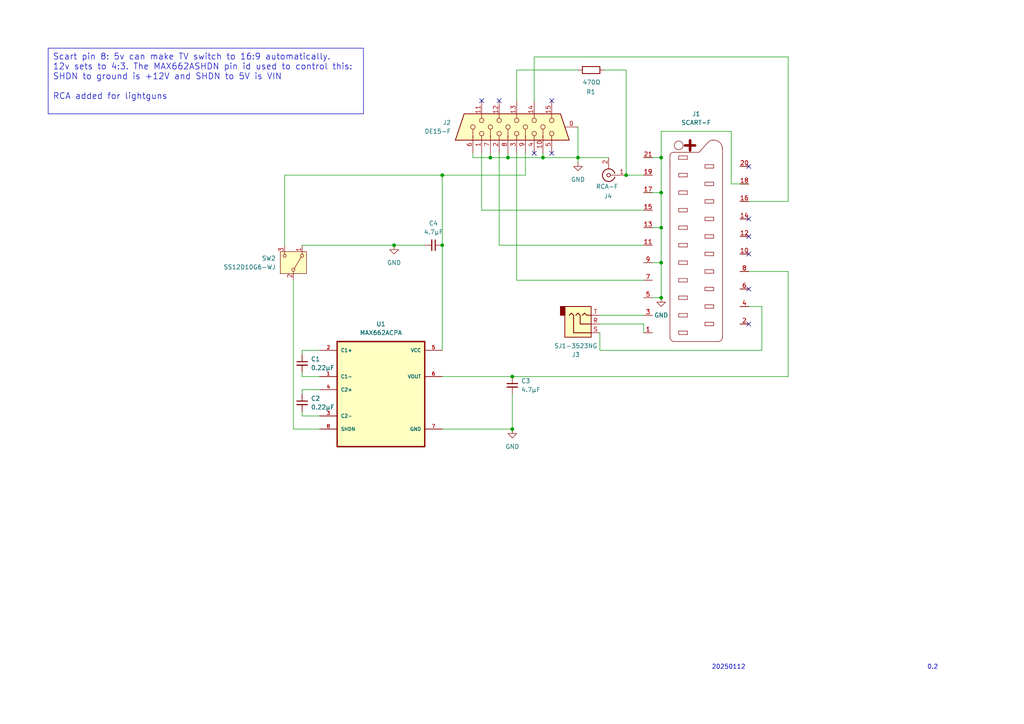
<source format=kicad_sch>
(kicad_sch (version 20250114) (generator "eeschema") (generator_version "9.0")
  (paper "A4")
  (lib_symbols
    (symbol "Connector:Conn_Coaxial" (pin_names (offset 1.016) (hide yes))
      (property "Reference" "J" (at 0.254 3.048 0))
      (property "Value" "Conn_Coaxial" (at 2.921 0 90))
      (symbol "Conn_Coaxial_0_1"
        (polyline (pts (xy -2.54 0) (xy -0.508 0)))
        (arc (start 1.778 0) (mid 0.222 -1.8079) (end -1.778 -0.508) (stroke (width 0.254)))
        (arc (start -1.778 0.508) (mid 0.2221 1.8084) (end 1.778 0) (stroke (width 0.254)))
        (circle (center 0 0) (radius 0.508) (stroke (width 0.2032)))
        (polyline (pts (xy 0 -2.54) (xy 0 -1.778)))
      )
      (symbol "Conn_Coaxial_1_1"
        (pin passive line (at -5.08 0 0) (length 2.54) (name "In") (number "1"))
        (pin passive line (at 0 -5.08 90) (length 2.54) (name "Ext") (number "2"))
      )
    )
    (symbol "Connector:DE15_Receptacle_HighDensity_MountingHoles" (pin_names (offset 1.016) (hide yes))
      (property "Reference" "J" (at 0 21.59 0))
      (property "Value" "DE15_Receptacle_HighDensity_MountingHoles" (at 0 19.05 0))
      (symbol "DE15_Receptacle_HighDensity_MountingHoles_0_1"
        (polyline (pts (xy -3.81 17.78) (xy -3.81 -15.24) (xy 3.81 -12.7) (xy 3.81 15.24) (xy -3.81 17.78)) (stroke (width 0.254)) (fill (type background)))
        (polyline (pts (xy -3.175 7.62) (xy -0.635 7.62)))
        (circle (center -1.905 10.16) (radius 0.635))
        (circle (center -1.905 5.08) (radius 0.635))
        (circle (center -1.905 0) (radius 0.635))
        (circle (center -1.905 -5.08) (radius 0.635))
        (circle (center -1.905 -10.16) (radius 0.635))
        (polyline (pts (xy -0.635 12.7) (xy -3.175 12.7)))
        (polyline (pts (xy -0.635 2.54) (xy -3.175 2.54)))
        (polyline (pts (xy -0.635 -2.54) (xy -3.175 -2.54)))
        (polyline (pts (xy -0.635 -7.62) (xy -3.175 -7.62)))
        (circle (center 0 12.7) (radius 0.635))
        (circle (center 0 7.62) (radius 0.635))
        (circle (center 0 2.54) (radius 0.635))
        (circle (center 0 -2.54) (radius 0.635))
        (circle (center 0 -7.62) (radius 0.635))
        (circle (center 1.905 10.16) (radius 0.635))
        (circle (center 1.905 5.08) (radius 0.635))
        (circle (center 1.905 0) (radius 0.635))
        (circle (center 1.905 -5.08) (radius 0.635))
        (circle (center 1.905 -10.16) (radius 0.635))
      )
      (symbol "DE15_Receptacle_HighDensity_MountingHoles_1_1"
        (pin passive line (at -7.62 12.7 0) (length 5.08) (name "~") (number "6"))
        (pin passive line (at -7.62 10.16 0) (length 5.08) (name "~") (number "1"))
        (pin passive line (at -7.62 7.62 0) (length 5.08) (name "~") (number "7"))
        (pin passive line (at -7.62 5.08 0) (length 5.08) (name "~") (number "2"))
        (pin passive line (at -7.62 2.54 0) (length 5.08) (name "~") (number "8"))
        (pin passive line (at -7.62 0 0) (length 5.08) (name "~") (number "3"))
        (pin passive line (at -7.62 -2.54 0) (length 5.08) (name "~") (number "9"))
        (pin passive line (at -7.62 -5.08 0) (length 5.08) (name "~") (number "4"))
        (pin passive line (at -7.62 -7.62 0) (length 5.08) (name "~") (number "10"))
        (pin passive line (at -7.62 -10.16 0) (length 5.08) (name "~") (number "5"))
        (pin passive line (at 0 -17.78 90) (length 3.81) (name "~") (number "0"))
        (pin passive line (at 7.62 10.16 180) (length 5.08) (name "~") (number "11"))
        (pin passive line (at 7.62 5.08 180) (length 5.08) (name "~") (number "12"))
        (pin passive line (at 7.62 0 180) (length 5.08) (name "~") (number "13"))
        (pin passive line (at 7.62 -5.08 180) (length 5.08) (name "~") (number "14"))
        (pin passive line (at 7.62 -10.16 180) (length 5.08) (name "~") (number "15"))
      )
    )
    (symbol "Connector:SCART-F" (pin_names (offset 0.762) (hide yes))
      (property "Reference" "J" (at 0 31.75 0))
      (property "Value" "SCART-F" (at 1.016 -29.21 0))
      (symbol "SCART-F_0_1"
        (polyline (pts (xy -7.62 24.6634) (xy -7.62 25.9334)))
        (polyline (pts (xy -7.62 24.6634) (xy -7.62 24.13)))
        (polyline (pts (xy -7.62 22.86) (xy -7.62 24.13)))
        (polyline (pts (xy -7.62 22.86) (xy -7.62 -26.67)))
        (polyline (pts (xy -6.604 26.9494) (xy 0.508 26.9494)))
        (arc (start -7.62 25.9334) (mid -7.3224 26.6518) (end -6.604 26.9494))
        (polyline (pts (xy -6.35 -27.94) (xy 6.35 -27.94)))
        (arc (start -6.35 -27.94) (mid -7.248 -27.568) (end -7.62 -26.67))
        (circle (center -5.08 28.956) (radius 1.27))
        (rectangle (start -5.08 25.908) (end -2.54 24.892))
        (rectangle (start -5.08 20.828) (end -2.54 19.812))
        (rectangle (start -5.08 15.748) (end -2.54 14.732))
        (rectangle (start -5.08 10.668) (end -2.54 9.652))
        (rectangle (start -5.08 5.588) (end -2.54 4.572))
        (rectangle (start -5.08 0.508) (end -2.54 -0.508))
        (rectangle (start -5.08 -4.572) (end -2.54 -5.588))
        (rectangle (start -5.08 -9.652) (end -2.54 -10.668))
        (rectangle (start -5.08 -14.732) (end -2.54 -15.748))
        (rectangle (start -5.08 -19.812) (end -2.54 -20.828))
        (rectangle (start -5.08 -24.892) (end -2.54 -25.908))
        (arc (start 1.2192 27.4574) (mid 0.955 27.0688) (end 0.508 26.924))
        (rectangle (start 2.54 23.368) (end 5.08 22.352))
        (rectangle (start 2.54 18.288) (end 5.08 17.272))
        (rectangle (start 2.54 13.208) (end 5.08 12.192))
        (rectangle (start 2.54 8.128) (end 5.08 7.112))
        (rectangle (start 2.54 3.048) (end 5.08 2.032))
        (rectangle (start 2.54 -2.032) (end 5.08 -3.048))
        (rectangle (start 2.54 -7.112) (end 5.08 -8.128))
        (rectangle (start 2.54 -12.192) (end 5.08 -13.208))
        (rectangle (start 2.54 -17.272) (end 5.08 -18.288))
        (rectangle (start 2.54 -22.352) (end 5.08 -23.368))
        (polyline (pts (xy 3.302 29.718) (xy 1.27 27.432)))
        (arc (start 3.3782 29.6926) (mid 4.0004 30.2733) (end 4.826 30.48))
        (polyline (pts (xy 4.826 30.48) (xy 5.08 30.48)))
        (arc (start 5.08 30.48) (mid 6.8761 29.7361) (end 7.62 27.94))
        (arc (start 7.62 -26.67) (mid 7.248 -27.568) (end 6.35 -27.94))
        (polyline (pts (xy 7.62 -26.67) (xy 7.62 28.2194)))
        (text "+" (at -1.778 29.21 0) (effects (font (size 3.81 3.81) (bold yes))))
      )
      (symbol "SCART-F_1_1"
        (pin passive line (at -15.24 25.4 0) (length 2.54) (name "P21") (number "21"))
        (pin passive line (at -15.24 20.32 0) (length 2.54) (name "P19") (number "19"))
        (pin passive line (at -15.24 15.24 0) (length 2.54) (name "P17") (number "17"))
        (pin passive line (at -15.24 10.16 0) (length 2.54) (name "P15") (number "15"))
        (pin passive line (at -15.24 5.08 0) (length 2.54) (name "P13") (number "13"))
        (pin passive line (at -15.24 0 0) (length 2.54) (name "P11") (number "11"))
        (pin passive line (at -15.24 -5.08 0) (length 2.54) (name "P9") (number "9"))
        (pin passive line (at -15.24 -10.16 0) (length 2.54) (name "P7") (number "7"))
        (pin passive line (at -15.24 -15.24 0) (length 2.54) (name "P5") (number "5"))
        (pin passive line (at -15.24 -20.32 0) (length 2.54) (name "P3") (number "3"))
        (pin passive line (at -15.24 -25.4 0) (length 2.54) (name "P1") (number "1"))
        (pin passive line (at 15.24 22.86 180) (length 2.54) (name "P20") (number "20"))
        (pin passive line (at 15.24 17.78 180) (length 2.54) (name "P18") (number "18"))
        (pin passive line (at 15.24 12.7 180) (length 2.54) (name "P16") (number "16"))
        (pin passive line (at 15.24 7.62 180) (length 2.54) (name "P14") (number "14"))
        (pin passive line (at 15.24 2.54 180) (length 2.54) (name "P12") (number "12"))
        (pin passive line (at 15.24 -2.54 180) (length 2.54) (name "P10") (number "10"))
        (pin passive line (at 15.24 -7.62 180) (length 2.54) (name "P8") (number "8"))
        (pin passive line (at 15.24 -12.7 180) (length 2.54) (name "P6") (number "6"))
        (pin passive line (at 15.24 -17.78 180) (length 2.54) (name "P4") (number "4"))
        (pin passive line (at 15.24 -22.86 180) (length 2.54) (name "P2") (number "2"))
      )
    )
    (symbol "Connector_Audio:AudioJack3"
      (property "Reference" "J" (at 0 8.89 0))
      (property "Value" "AudioJack3" (at 0 6.35 0))
      (symbol "AudioJack3_0_1"
        (rectangle (start -5.08 -5.08) (end -6.35 -2.54) (stroke (width 0.254)) (fill (type outline)))
        (polyline (pts (xy -1.905 -2.54) (xy -1.27 -3.175) (xy -0.635 -2.54) (xy -0.635 0) (xy 2.54 0)) (stroke (width 0.254)))
        (polyline (pts (xy 0 -2.54) (xy 0.635 -3.175) (xy 1.27 -2.54) (xy 2.54 -2.54)) (stroke (width 0.254)))
        (rectangle (start 2.54 3.81) (end -5.08 -5.08) (stroke (width 0.254)) (fill (type background)))
        (polyline (pts (xy 2.54 2.54) (xy -2.54 2.54) (xy -2.54 -2.54) (xy -3.175 -3.175) (xy -3.81 -2.54)) (stroke (width 0.254)))
      )
      (symbol "AudioJack3_1_1"
        (pin passive line (at 5.08 2.54 180) (length 2.54) (name "~") (number "S"))
        (pin passive line (at 5.08 0 180) (length 2.54) (name "~") (number "R"))
        (pin passive line (at 5.08 -2.54 180) (length 2.54) (name "~") (number "T"))
      )
    )
    (symbol "Device:C_Small" (pin_numbers (hide yes)) (pin_names (offset 0.254) (hide yes))
      (property "Reference" "C" (at 0.254 1.778 0))
      (property "Value" "C_Small" (at 0.254 -2.032 0))
      (symbol "C_Small_0_1"
        (polyline (pts (xy -1.524 0.508) (xy 1.524 0.508)) (stroke (width 0.3048)))
        (polyline (pts (xy -1.524 -0.508) (xy 1.524 -0.508)) (stroke (width 0.3302)))
      )
      (symbol "C_Small_1_1"
        (pin passive line (at 0 2.54 270) (length 2.032) (name "~") (number "1"))
        (pin passive line (at 0 -2.54 90) (length 2.032) (name "~") (number "2"))
      )
    )
    (symbol "Device:R" (pin_numbers (hide yes)) (pin_names (offset 0))
      (property "Reference" "R" (at 2.032 0 90))
      (property "Value" "R" (at 0 0 90))
      (symbol "R_0_1"
        (rectangle (start -1.016 -2.54) (end 1.016 2.54) (stroke (width 0.254)))
      )
      (symbol "R_1_1"
        (pin passive line (at 0 3.81 270) (length 1.27) (name "~") (number "1"))
        (pin passive line (at 0 -3.81 90) (length 1.27) (name "~") (number "2"))
      )
    )
    (symbol "MAX662ACPA:MAX662ACPA_" (pin_names (offset 1.016))
      (property "Reference" "U1" (at 0 20.32 0))
      (property "Value" "MAX662ACPA_" (at 0 17.78 0))
      (symbol "MAX662ACPA__0_0"
        (rectangle (start -12.7 -15.24) (end 12.7 15.24) (stroke (width 0.41)) (fill (type background)))
        (pin input line (at -17.78 12.7 0) (length 5.08) (name "C1+") (number "2"))
        (pin input line (at -17.78 5.08 0) (length 5.08) (name "C1-") (number "1"))
        (pin input line (at -17.78 1.27 0) (length 5.08) (name "C2+") (number "4"))
        (pin input line (at -17.78 -6.35 0) (length 5.08) (name "C2-") (number "3"))
        (pin input line (at -17.78 -10.16 0) (length 5.08) (name "SHDN") (number "8"))
        (pin power_in line (at 17.78 12.7 180) (length 5.08) (name "VCC") (number "5"))
        (pin output line (at 17.78 5.08 180) (length 5.08) (name "VOUT") (number "6"))
        (pin power_in line (at 17.78 -10.16 180) (length 5.08) (name "GND") (number "7"))
      )
    )
    (symbol "Switch:SW_SPDT" (pin_names (offset 0) (hide yes))
      (property "Reference" "SW" (at 0 5.08 0))
      (property "Value" "SW_SPDT" (at 0 -5.08 0))
      (symbol "SW_SPDT_0_1"
        (circle (center -2.032 0) (radius 0.4572))
        (polyline (pts (xy -1.651 0.254) (xy 1.651 2.286)))
        (circle (center 2.032 2.54) (radius 0.4572))
        (circle (center 2.032 -2.54) (radius 0.4572))
      )
      (symbol "SW_SPDT_1_1"
        (rectangle (start -3.175 3.81) (end 3.175 -3.81) (fill (type background)))
        (pin passive line (at -5.08 0 0) (length 2.54) (name "B") (number "2"))
        (pin passive line (at 5.08 2.54 180) (length 2.54) (name "A") (number "1"))
        (pin passive line (at 5.08 -2.54 180) (length 2.54) (name "C") (number "3"))
      )
    )
    (symbol "power:GND" (power) (pin_numbers (hide yes)) (pin_names (offset 0) (hide yes))
      (property "Value" "GND" (at 0 -3.81 0))
      (symbol "GND_0_1"
        (polyline (pts (xy 0 0) (xy 0 -1.27) (xy 1.27 -1.27) (xy 0 -2.54) (xy -1.27 -1.27) (xy 0 -1.27)))
      )
      (symbol "GND_1_1"
        (pin power_in line (at 0 0 270) (length 0) (name "~") (number "1"))
      )
    )
  )
  (text "20250112" (at 211.328 193.548 0) (effects (font (size 1.27 1.27))))
  (text "0.2" (at 270.51 193.548 0) (effects (font (size 1.27 1.27))))
  (text_box "Scart pin 8: 5v can make TV switch to 16:9 automatically.\n12v sets to 4:3. The MAX662ASHDN pin id used to control this:\nSHDN to ground is +12V and SHDN to 5V is VIN\n\nRCA added for lightguns" (at 13.97 13.97 0) (size 91.44 19.05) (margins 1.3335 1.3335 1.3335 1.3335) (effects (font (size 1.778 1.778)) (justify left top)))
  (junction (at 128.27 71.12))
  (junction (at 191.77 55.88))
  (junction (at 191.77 76.2))
  (junction (at 148.59 124.46))
  (junction (at 147.32 45.72))
  (junction (at 191.77 45.72))
  (junction (at 191.77 86.36))
  (junction (at 142.24 45.72))
  (junction (at 157.48 45.72))
  (junction (at 167.64 45.72))
  (junction (at 148.59 109.22))
  (junction (at 114.3 71.12))
  (junction (at 181.61 50.8))
  (junction (at 191.77 66.04))
  (junction (at 128.27 50.8))
  (no_connect (at 217.17 48.26))
  (no_connect (at 217.17 68.58))
  (no_connect (at 154.94 44.45))
  (no_connect (at 217.17 73.66))
  (no_connect (at 217.17 83.82))
  (no_connect (at 144.78 29.21))
  (no_connect (at 139.7 29.21))
  (no_connect (at 217.17 93.98))
  (no_connect (at 217.17 63.5))
  (no_connect (at 160.02 44.45))
  (no_connect (at 160.02 29.21))
  (wire (pts (xy 181.61 50.8) (xy 186.69 50.8)))
  (wire (pts (xy 191.77 76.2) (xy 191.77 86.36)))
  (wire (pts (xy 149.86 81.28) (xy 186.69 81.28)))
  (wire (pts (xy 167.64 36.83) (xy 167.64 45.72)))
  (wire (pts (xy 220.98 88.9) (xy 217.17 88.9)))
  (wire (pts (xy 139.7 60.96) (xy 139.7 44.45)))
  (wire (pts (xy 152.4 44.45) (xy 152.4 50.8)))
  (wire (pts (xy 173.99 96.52) (xy 173.99 101.6)))
  (wire (pts (xy 217.17 78.74) (xy 228.6 78.74)))
  (wire (pts (xy 148.59 114.3) (xy 148.59 124.46)))
  (wire (pts (xy 220.98 101.6) (xy 220.98 88.9)))
  (wire (pts (xy 212.09 53.34) (xy 217.17 53.34)))
  (wire (pts (xy 142.24 44.45) (xy 142.24 45.72)))
  (wire (pts (xy 128.27 50.8) (xy 128.27 71.12)))
  (wire (pts (xy 186.69 55.88) (xy 191.77 55.88)))
  (wire (pts (xy 212.09 38.1) (xy 191.77 38.1)))
  (wire (pts (xy 137.16 45.72) (xy 142.24 45.72)))
  (wire (pts (xy 186.69 93.98) (xy 186.69 96.52)))
  (wire (pts (xy 82.55 50.8) (xy 128.27 50.8)))
  (wire (pts (xy 87.63 101.6) (xy 87.63 102.87)))
  (wire (pts (xy 157.48 44.45) (xy 157.48 45.72)))
  (wire (pts (xy 191.77 66.04) (xy 186.69 66.04)))
  (wire (pts (xy 191.77 76.2) (xy 186.69 76.2)))
  (wire (pts (xy 167.64 45.72) (xy 176.53 45.72)))
  (wire (pts (xy 92.71 113.03) (xy 87.63 113.03)))
  (wire (pts (xy 148.59 109.22) (xy 228.6 109.22)))
  (wire (pts (xy 128.27 124.46) (xy 148.59 124.46)))
  (wire (pts (xy 144.78 71.12) (xy 144.78 44.45)))
  (wire (pts (xy 128.27 109.22) (xy 148.59 109.22)))
  (wire (pts (xy 191.77 86.36) (xy 186.69 86.36)))
  (wire (pts (xy 82.55 71.12) (xy 82.55 50.8)))
  (wire (pts (xy 191.77 38.1) (xy 191.77 45.72)))
  (wire (pts (xy 92.71 109.22) (xy 87.63 109.22)))
  (wire (pts (xy 228.6 16.51) (xy 154.94 16.51)))
  (wire (pts (xy 181.61 20.32) (xy 181.61 50.8)))
  (wire (pts (xy 152.4 50.8) (xy 128.27 50.8)))
  (wire (pts (xy 142.24 45.72) (xy 147.32 45.72)))
  (wire (pts (xy 139.7 60.96) (xy 186.69 60.96)))
  (wire (pts (xy 149.86 20.32) (xy 149.86 29.21)))
  (wire (pts (xy 87.63 109.22) (xy 87.63 107.95)))
  (wire (pts (xy 114.3 71.12) (xy 123.19 71.12)))
  (wire (pts (xy 147.32 44.45) (xy 147.32 45.72)))
  (wire (pts (xy 92.71 101.6) (xy 87.63 101.6)))
  (wire (pts (xy 85.09 124.46) (xy 85.09 81.28)))
  (wire (pts (xy 149.86 81.28) (xy 149.86 44.45)))
  (wire (pts (xy 87.63 119.38) (xy 87.63 120.65)))
  (wire (pts (xy 87.63 71.12) (xy 114.3 71.12)))
  (wire (pts (xy 128.27 71.12) (xy 128.27 101.6)))
  (wire (pts (xy 157.48 45.72) (xy 167.64 45.72)))
  (wire (pts (xy 173.99 91.44) (xy 186.69 91.44)))
  (wire (pts (xy 228.6 109.22) (xy 228.6 78.74)))
  (wire (pts (xy 173.99 93.98) (xy 186.69 93.98)))
  (wire (pts (xy 191.77 45.72) (xy 191.77 55.88)))
  (wire (pts (xy 212.09 53.34) (xy 212.09 38.1)))
  (wire (pts (xy 175.26 20.32) (xy 181.61 20.32)))
  (wire (pts (xy 228.6 58.42) (xy 228.6 16.51)))
  (wire (pts (xy 186.69 45.72) (xy 191.77 45.72)))
  (wire (pts (xy 191.77 66.04) (xy 191.77 76.2)))
  (wire (pts (xy 147.32 45.72) (xy 157.48 45.72)))
  (wire (pts (xy 137.16 44.45) (xy 137.16 45.72)))
  (wire (pts (xy 85.09 124.46) (xy 92.71 124.46)))
  (wire (pts (xy 167.64 46.99) (xy 167.64 45.72)))
  (wire (pts (xy 87.63 120.65) (xy 92.71 120.65)))
  (wire (pts (xy 191.77 55.88) (xy 191.77 66.04)))
  (wire (pts (xy 149.86 20.32) (xy 167.64 20.32)))
  (wire (pts (xy 87.63 113.03) (xy 87.63 114.3)))
  (wire (pts (xy 173.99 101.6) (xy 220.98 101.6)))
  (wire (pts (xy 217.17 58.42) (xy 228.6 58.42)))
  (wire (pts (xy 154.94 16.51) (xy 154.94 29.21)))
  (wire (pts (xy 144.78 71.12) (xy 186.69 71.12)))
  (symbol (lib_id "power:GND") (at 114.3 71.12 0) (unit 1)
    (property "Reference" "#PWR02" (effects (hide yes)))
    (property "Value" "GND" (at 114.3 76.2 0))
    (property "Description" "Power symbol creates a global label with name \"GND\" , ground" (effects (hide yes)))
  )
  (symbol (lib_id "power:GND") (at 148.59 124.46 0) (unit 1)
    (property "Reference" "#PWR01" (effects (hide yes)))
    (property "Value" "GND" (at 148.59 129.54 0))
    (property "Description" "Power symbol creates a global label with name \"GND\" , ground" (effects (hide yes)))
  )
  (symbol (lib_id "power:GND") (at 191.77 86.36 0) (unit 1)
    (property "Reference" "#PWR03" (effects (hide yes)))
    (property "Value" "GND" (at 191.77 91.44 0))
    (property "Description" "Power symbol creates a global label with name \"GND\" , ground" (effects (hide yes)))
  )
  (symbol (lib_id "Device:R") (at 171.45 20.32 90) (unit 1)
    (property "Reference" "R1" (at 172.72 26.67 90) (effects (justify left)))
    (property "Value" "470Ω" (at 174.244 23.876 90) (effects (justify left)))
    (property "Footprint" "Resistor_THT:R_Axial_DIN0207_L6.3mm_D2.5mm_P10.16mm_Horizontal" (effects (hide yes)))
    (property "Description" "Resistor" (effects (hide yes)))
  )
  (symbol (lib_id "Switch:SW_SPDT") (at 85.09 76.2 270) (mirror x) (unit 1)
    (property "Reference" "SW2" (at 80.01 74.9299 90) (effects (justify right)))
    (property "Value" "SS12D10G6-WJ" (at 80.01 77.4699 90) (effects (justify right)))
    (property "Footprint" "SS12D10G6-WJ:SW-TH_3P-P4.80_HX-SS12D10G6-WJ" (effects (hide yes)))
    (property "Description" "Switch, single pole double throw" (effects (hide yes)))
    (property "LCSC PN" "C19189125" (effects (hide yes)))
  )
  (symbol (lib_id "Device:C_Small") (at 125.73 71.12 270) (unit 1)
    (property "Reference" "C4" (at 125.7236 64.77 90))
    (property "Value" "4.7μF" (at 125.7236 67.31 90))
    (property "Footprint" "Capacitor_THT:C_Disc_D5.0mm_W2.5mm_P2.50mm" (effects (hide yes)))
    (property "Description" "Tantalum THT capacitor" (effects (hide yes)))
    (property "LCSC PN" "C18164672" (effects (hide yes)))
  )
  (symbol (lib_id "MAX662ACPA:MAX662ACPA_") (at 110.49 114.3 0) (unit 1)
    (property "Reference" "U1" (at 110.49 93.98 0))
    (property "Value" "MAX662ACPA" (at 110.49 96.52 0))
    (property "Footprint" "MAX662ACPA:DIP794W47P254L991H457Q8" (effects (hide yes)))
    (property "LCSC PN" "C1355736" (effects (hide yes)))
  )
  (symbol (lib_id "Connector:Conn_Coaxial") (at 176.53 50.8 180) (unit 1)
    (property "Reference" "J4" (at 177.546 56.896 0) (effects (justify left)))
    (property "Value" "RCA-F" (at 179.324 54.102 0) (effects (justify left)))
    (property "Footprint" "BOOMELE AV-5:CONN-TH_AV-5" (effects (hide yes)))
    (property "Description" "Female RCA connector like BOOMELE AV-5, Kobiconn 156-0098-E, Kycon KLPX-0848-2-BL  ..." (effects (hide yes)))
    (property "LCSC PN" "C18080" (effects (hide yes)))
  )
  (symbol (lib_id "Device:C_Small") (at 87.63 105.41 0) (unit 1)
    (property "Reference" "C1" (at 90.17 104.1462 0) (effects (justify left)))
    (property "Value" "0.22μF" (at 90.17 106.6862 0) (effects (justify left)))
    (property "Footprint" "C322C224M5U5TA:CAP-TH_L5.1-W3.2-P5.08-D0.50" (effects (hide yes)))
    (property "Description" "Unpolarized capacitor, small symbol" (effects (hide yes)))
    (property "LCSC PN" "C1621936" (effects (hide yes)))
  )
  (symbol (lib_id "Connector:SCART-F") (at 201.93 71.12 0) (unit 1)
    (property "Reference" "J1" (at 201.93 33.02 0))
    (property "Value" "SCART-F" (at 201.93 35.56 0))
    (property "Footprint" "KYCON_SCART_K-SCARTX-022:KYCON_SCART_K-SCARTX-022_Horizontal" (effects (hide yes)))
    (property "Description" "Prise Peritel" (effects (hide yes)))
  )
  (symbol (lib_id "Connector_Audio:AudioJack3") (at 168.91 93.98 0) (mirror x) (unit 1)
    (property "Reference" "J3" (at 167.005 102.87 0))
    (property "Value" "SJ1-3523NG" (at 167.005 100.33 0))
    (property "Footprint" "Connector_Audio:Jack_3.5mm_CUI_SJ1-3523N_Horizontal" (effects (hide yes)))
    (property "Description" "Audio Jack, 3 Poles (Stereo / TRS) SJ1-3523N , SJ3523NG or similar" (effects (hide yes)))
    (property "LCSC PN" "C4992449" (effects (hide yes)))
  )
  (symbol (lib_id "Connector:DE15_Receptacle_HighDensity_MountingHoles") (at 149.86 36.83 90) (unit 1)
    (property "Reference" "J2" (at 130.81 35.5599 90) (effects (justify left)))
    (property "Value" "DE15-F" (at 130.81 38.0999 90) (effects (justify left)))
    (property "Footprint" "Connector_Dsub:DSUB-15-HD_Female_Horizontal_P2.29x1.90mm_EdgePinOffset3.03mm_Housed_MountingHolesOffset4.94mm" (effects (hide yes)))
    (property "Description" "15-pin female receptacle socket D-SUB connector, High density (3 columns), Triple Row, Generic, VGA-connector, Mounting Hole" (effects (hide yes)))
    (property "LCSC PN" "C3038673" (effects (hide yes)))
  )
  (symbol (lib_id "power:GND") (at 167.64 46.99 0) (unit 1)
    (property "Reference" "#PWR04" (effects (hide yes)))
    (property "Value" "GND" (at 167.64 52.07 0))
    (property "Description" "Power symbol creates a global label with name \"GND\" , ground" (effects (hide yes)))
  )
  (symbol (lib_id "Device:C_Small") (at 87.63 116.84 0) (unit 1)
    (property "Reference" "C2" (at 90.17 115.5762 0) (effects (justify left)))
    (property "Value" "0.22μF" (at 90.17 118.1162 0) (effects (justify left)))
    (property "Footprint" "C322C224M5U5TA:CAP-TH_L5.1-W3.2-P5.08-D0.50" (effects (hide yes)))
    (property "Description" "Unpolarized capacitor, small symbol" (effects (hide yes)))
    (property "LCSC PN" "C1621936" (effects (hide yes)))
  )
  (symbol (lib_id "Device:C_Small") (at 148.59 111.76 0) (unit 1)
    (property "Reference" "C3" (at 151.13 110.4962 0) (effects (justify left)))
    (property "Value" "4.7μF" (at 151.13 113.0362 0) (effects (justify left)))
    (property "Footprint" "Capacitor_THT:C_Disc_D5.0mm_W2.5mm_P2.50mm" (effects (hide yes)))
    (property "Description" "Tantalum THT Capacitor" (effects (hide yes)))
    (property "LCSC PN" "C18164672" (effects (hide yes)))
  )
)
</source>
